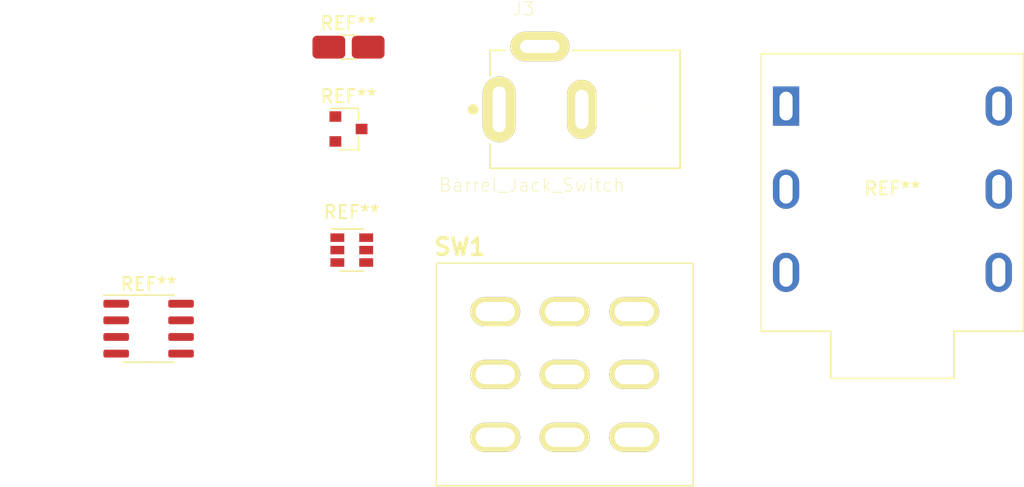
<source format=kicad_pcb>
(kicad_pcb (version 20171130) (host pcbnew "(5.1.5-0-10_14)")

  (general
    (thickness 1.6)
    (drawings 0)
    (tracks 0)
    (zones 0)
    (modules 7)
    (nets 1)
  )

  (page A4)
  (layers
    (0 F.Cu signal)
    (31 B.Cu signal)
    (32 B.Adhes user)
    (33 F.Adhes user)
    (34 B.Paste user)
    (35 F.Paste user)
    (36 B.SilkS user)
    (37 F.SilkS user)
    (38 B.Mask user)
    (39 F.Mask user)
    (40 Dwgs.User user)
    (41 Cmts.User user)
    (42 Eco1.User user)
    (43 Eco2.User user)
    (44 Edge.Cuts user)
    (45 Margin user)
    (46 B.CrtYd user)
    (47 F.CrtYd user)
    (48 B.Fab user)
    (49 F.Fab user)
  )

  (setup
    (last_trace_width 0.25)
    (trace_clearance 0.2)
    (zone_clearance 0.508)
    (zone_45_only no)
    (trace_min 0.2)
    (via_size 0.8)
    (via_drill 0.4)
    (via_min_size 0.4)
    (via_min_drill 0.3)
    (uvia_size 0.3)
    (uvia_drill 0.1)
    (uvias_allowed no)
    (uvia_min_size 0.2)
    (uvia_min_drill 0.1)
    (edge_width 0.05)
    (segment_width 0.2)
    (pcb_text_width 0.3)
    (pcb_text_size 1.5 1.5)
    (mod_edge_width 0.12)
    (mod_text_size 1 1)
    (mod_text_width 0.15)
    (pad_size 1.524 1.524)
    (pad_drill 0.762)
    (pad_to_mask_clearance 0.051)
    (solder_mask_min_width 0.25)
    (aux_axis_origin 0 0)
    (visible_elements FFFFFF7F)
    (pcbplotparams
      (layerselection 0x010fc_ffffffff)
      (usegerberextensions false)
      (usegerberattributes false)
      (usegerberadvancedattributes false)
      (creategerberjobfile false)
      (excludeedgelayer true)
      (linewidth 0.100000)
      (plotframeref false)
      (viasonmask false)
      (mode 1)
      (useauxorigin false)
      (hpglpennumber 1)
      (hpglpenspeed 20)
      (hpglpendiameter 15.000000)
      (psnegative false)
      (psa4output false)
      (plotreference true)
      (plotvalue true)
      (plotinvisibletext false)
      (padsonsilk false)
      (subtractmaskfromsilk false)
      (outputformat 1)
      (mirror false)
      (drillshape 1)
      (scaleselection 1)
      (outputdirectory ""))
  )

  (net 0 "")

  (net_class Default "This is the default net class."
    (clearance 0.2)
    (trace_width 0.25)
    (via_dia 0.8)
    (via_drill 0.4)
    (uvia_dia 0.3)
    (uvia_drill 0.1)
  )

  (module Package_SO:SOIC-8_3.9x4.9mm_P1.27mm (layer F.Cu) (tedit 5D9F72B1) (tstamp 5F612A1D)
    (at 38.75 42.5)
    (descr "SOIC, 8 Pin (JEDEC MS-012AA, https://www.analog.com/media/en/package-pcb-resources/package/pkg_pdf/soic_narrow-r/r_8.pdf), generated with kicad-footprint-generator ipc_gullwing_generator.py")
    (tags "SOIC SO")
    (attr smd)
    (fp_text reference REF** (at 0 -3.4) (layer F.SilkS)
      (effects (font (size 1 1) (thickness 0.15)))
    )
    (fp_text value SOIC-8_3.9x4.9mm_P1.27mm (at 0 3.4) (layer F.Fab)
      (effects (font (size 1 1) (thickness 0.15)))
    )
    (fp_text user %R (at 0 0) (layer F.Fab)
      (effects (font (size 0.98 0.98) (thickness 0.15)))
    )
    (fp_line (start 3.7 -2.7) (end -3.7 -2.7) (layer F.CrtYd) (width 0.05))
    (fp_line (start 3.7 2.7) (end 3.7 -2.7) (layer F.CrtYd) (width 0.05))
    (fp_line (start -3.7 2.7) (end 3.7 2.7) (layer F.CrtYd) (width 0.05))
    (fp_line (start -3.7 -2.7) (end -3.7 2.7) (layer F.CrtYd) (width 0.05))
    (fp_line (start -1.95 -1.475) (end -0.975 -2.45) (layer F.Fab) (width 0.1))
    (fp_line (start -1.95 2.45) (end -1.95 -1.475) (layer F.Fab) (width 0.1))
    (fp_line (start 1.95 2.45) (end -1.95 2.45) (layer F.Fab) (width 0.1))
    (fp_line (start 1.95 -2.45) (end 1.95 2.45) (layer F.Fab) (width 0.1))
    (fp_line (start -0.975 -2.45) (end 1.95 -2.45) (layer F.Fab) (width 0.1))
    (fp_line (start 0 -2.56) (end -3.45 -2.56) (layer F.SilkS) (width 0.12))
    (fp_line (start 0 -2.56) (end 1.95 -2.56) (layer F.SilkS) (width 0.12))
    (fp_line (start 0 2.56) (end -1.95 2.56) (layer F.SilkS) (width 0.12))
    (fp_line (start 0 2.56) (end 1.95 2.56) (layer F.SilkS) (width 0.12))
    (pad 8 smd roundrect (at 2.475 -1.905) (size 1.95 0.6) (layers F.Cu F.Paste F.Mask) (roundrect_rratio 0.25))
    (pad 7 smd roundrect (at 2.475 -0.635) (size 1.95 0.6) (layers F.Cu F.Paste F.Mask) (roundrect_rratio 0.25))
    (pad 6 smd roundrect (at 2.475 0.635) (size 1.95 0.6) (layers F.Cu F.Paste F.Mask) (roundrect_rratio 0.25))
    (pad 5 smd roundrect (at 2.475 1.905) (size 1.95 0.6) (layers F.Cu F.Paste F.Mask) (roundrect_rratio 0.25))
    (pad 4 smd roundrect (at -2.475 1.905) (size 1.95 0.6) (layers F.Cu F.Paste F.Mask) (roundrect_rratio 0.25))
    (pad 3 smd roundrect (at -2.475 0.635) (size 1.95 0.6) (layers F.Cu F.Paste F.Mask) (roundrect_rratio 0.25))
    (pad 2 smd roundrect (at -2.475 -0.635) (size 1.95 0.6) (layers F.Cu F.Paste F.Mask) (roundrect_rratio 0.25))
    (pad 1 smd roundrect (at -2.475 -1.905) (size 1.95 0.6) (layers F.Cu F.Paste F.Mask) (roundrect_rratio 0.25))
    (model ${KISYS3DMOD}/Package_SO.3dshapes/SOIC-8_3.9x4.9mm_P1.27mm.wrl
      (at (xyz 0 0 0))
      (scale (xyz 1 1 1))
      (rotate (xyz 0 0 0))
    )
  )

  (module Audio_Components:R_1206_Universal (layer F.Cu) (tedit 5F60A58F) (tstamp 5F611D78)
    (at 54 21)
    (descr "Resistor SMD 1206 (3216 Metric), square (rectangular) end terminal, IPC_7351 nominal, (Body size source: http://www.tortai-tech.com/upload/download/2011102023233369053.pdf), generated with kicad-footprint-generator")
    (tags resistor)
    (attr smd)
    (fp_text reference REF** (at 0 -1.82) (layer F.SilkS)
      (effects (font (size 1 1) (thickness 0.15)))
    )
    (fp_text value R_1206_Universal (at 0 1.82) (layer F.Fab)
      (effects (font (size 1 1) (thickness 0.15)))
    )
    (fp_line (start -1.6 0.8) (end -1.6 -0.8) (layer F.Fab) (width 0.1))
    (fp_line (start -1.6 -0.8) (end 1.6 -0.8) (layer F.Fab) (width 0.1))
    (fp_line (start 1.6 -0.8) (end 1.6 0.8) (layer F.Fab) (width 0.1))
    (fp_line (start 1.6 0.8) (end -1.6 0.8) (layer F.Fab) (width 0.1))
    (fp_line (start -0.602064 -0.91) (end 0.602064 -0.91) (layer F.SilkS) (width 0.12))
    (fp_line (start -0.602064 0.91) (end 0.602064 0.91) (layer F.SilkS) (width 0.12))
    (fp_line (start -2.28 1.12) (end -2.28 -1.12) (layer F.CrtYd) (width 0.05))
    (fp_line (start -2.28 -1.12) (end 2.28 -1.12) (layer F.CrtYd) (width 0.05))
    (fp_line (start 2.28 -1.12) (end 2.28 1.12) (layer F.CrtYd) (width 0.05))
    (fp_line (start 2.28 1.12) (end -2.28 1.12) (layer F.CrtYd) (width 0.05))
    (fp_text user %R (at 0 0) (layer F.Fab)
      (effects (font (size 0.8 0.8) (thickness 0.12)))
    )
    (pad 1 smd roundrect (at -1.5 0) (size 2.5 1.75) (layers F.Cu F.Paste F.Mask) (roundrect_rratio 0.2))
    (pad 2 smd roundrect (at 1.5 0) (size 2.5 1.75) (layers F.Cu F.Paste F.Mask) (roundrect_rratio 0.2))
    (model ${KISYS3DMOD}/Resistor_SMD.3dshapes/R_1206_3216Metric.wrl
      (at (xyz 0 0 0))
      (scale (xyz 1 1 1))
      (rotate (xyz 0 0 0))
    )
  )

  (module Audio_Components:Jack_6.3mm_Neutric_NMJ6HCD2_Horizontal (layer F.Cu) (tedit 5E90F217) (tstamp 5F6109F5)
    (at 95.5 21.5)
    (descr "NMJ6HCD2, TRS 1/4")
    (tags "NMJ6HCD2 TRS stereo jack connector")
    (fp_text reference REF** (at 0 10.3) (layer F.SilkS)
      (effects (font (size 1 1) (thickness 0.15)))
    )
    (fp_text value AudioJack3_Switch (at 0 13.05) (layer F.Fab)
      (effects (font (size 1 1) (thickness 0.15)))
    )
    (fp_line (start 4.7 21.2) (end 10 21.2) (layer F.SilkS) (width 0.12))
    (fp_line (start -10 21.2) (end -4.7 21.2) (layer F.SilkS) (width 0.12))
    (fp_line (start -10 21.2) (end -10 0) (layer F.CrtYd) (width 0.1))
    (fp_line (start -4.7 21.2) (end -10 21.2) (layer F.CrtYd) (width 0.1))
    (fp_line (start 10 21.2) (end 4.7 21.2) (layer F.CrtYd) (width 0.1))
    (fp_line (start 10 0) (end 10 21.2) (layer F.CrtYd) (width 0.1))
    (fp_line (start 5.5 0) (end 10 0) (layer F.CrtYd) (width 0.1))
    (fp_line (start -10 0) (end -5.5 0) (layer F.CrtYd) (width 0.1))
    (fp_line (start -10 0) (end -10 21.2) (layer F.SilkS) (width 0.12))
    (fp_line (start 10 0) (end 10 21.2) (layer F.SilkS) (width 0.12))
    (fp_line (start -10 0) (end 10 0) (layer F.SilkS) (width 0.12))
    (fp_line (start -4.7 21.2) (end -4.7 24.8) (layer F.SilkS) (width 0.12))
    (fp_line (start -4.7 24.8) (end 4.7 24.8) (layer F.SilkS) (width 0.12))
    (fp_line (start 4.7 21.2) (end 4.7 24.8) (layer F.SilkS) (width 0.12))
    (fp_line (start -5.5 0) (end -5.5 -4) (layer F.CrtYd) (width 0.1))
    (fp_line (start -5.5 -4) (end 5.5 -4) (layer F.CrtYd) (width 0.1))
    (fp_line (start 5.5 -4) (end 5.5 0) (layer F.CrtYd) (width 0.1))
    (fp_line (start -4.7 21.2) (end -4.7 24.8) (layer F.CrtYd) (width 0.1))
    (fp_line (start -4.7 24.8) (end 4.7 24.8) (layer F.CrtYd) (width 0.1))
    (fp_line (start 4.7 24.8) (end 4.7 21.2) (layer F.CrtYd) (width 0.1))
    (fp_line (start -9.165 2.7) (end -7.615 4) (layer F.Fab) (width 0.1))
    (fp_line (start -7.615 4) (end -9.165 5.05) (layer F.Fab) (width 0.1))
    (fp_text user %R (at -0.165 1.1) (layer F.Fab)
      (effects (font (size 1 1) (thickness 0.15)))
    )
    (pad 4 thru_hole rect (at -8.115 4) (size 2 3) (drill oval 1 2.2) (layers *.Cu *.Mask))
    (pad 6 thru_hole oval (at -8.115 16.7) (size 2 3) (drill oval 1 2.2) (layers *.Cu *.Mask))
    (pad 5 thru_hole oval (at -8.115 10.35) (size 2 3) (drill oval 1 2.2) (layers *.Cu *.Mask))
    (pad 1 thru_hole oval (at 8.115 4) (size 2 3) (drill oval 1 2.2) (layers *.Cu *.Mask))
    (pad 3 thru_hole oval (at 8.115 16.7) (size 2 3) (drill oval 1 2.2) (layers *.Cu *.Mask))
    (pad 2 thru_hole oval (at 8.115 10.35) (size 2 3) (drill oval 1 2.2) (layers *.Cu *.Mask))
    (model ${KIAUDIOLIB}/Audio_Components.pretty/3d/Belton_BPJ-BBB-P.step
      (at (xyz 0 0 0))
      (scale (xyz 1 1 1))
      (rotate (xyz 0 0 -90))
    )
  )

  (module Audio_Components:SW_3PDT_Solder_Lug (layer F.Cu) (tedit 5C38C428) (tstamp 5F610761)
    (at 70.5 46)
    (descr SF17020F-0302-21R-L-015-2)
    (tags "Foot Switch 3PDT")
    (fp_text reference SW1 (at -8 -9.75) (layer F.SilkS)
      (effects (font (size 1.27 1.27) (thickness 0.254)))
    )
    (fp_text value SW_3PDT_Solder_Lug (at 0 0) (layer F.SilkS) hide
      (effects (font (size 1.27 1.27) (thickness 0.254)))
    )
    (fp_line (start -9.8 8.5) (end -9.8 -8.5) (layer F.SilkS) (width 0.1))
    (fp_line (start 9.8 8.5) (end -9.8 8.5) (layer F.SilkS) (width 0.1))
    (fp_line (start 9.8 -8.5) (end 9.8 8.5) (layer F.SilkS) (width 0.1))
    (fp_line (start -9.8 -8.5) (end 9.8 -8.5) (layer F.SilkS) (width 0.1))
    (fp_line (start -9.8 8.5) (end -9.8 -8.5) (layer Dwgs.User) (width 0.2))
    (fp_line (start 9.8 8.5) (end -9.8 8.5) (layer Dwgs.User) (width 0.2))
    (fp_line (start 9.8 -8.5) (end 9.8 8.5) (layer Dwgs.User) (width 0.2))
    (fp_line (start -9.8 -8.5) (end 9.8 -8.5) (layer Dwgs.User) (width 0.2))
    (pad 9 thru_hole oval (at -5.3 -4.8 90) (size 2.22 3.8) (drill oval 1.48 3) (layers *.Cu *.Mask F.SilkS))
    (pad 8 thru_hole oval (at -5.3 0 90) (size 2.22 3.8) (drill oval 1.48 3) (layers *.Cu *.Mask F.SilkS))
    (pad 7 thru_hole oval (at -5.3 4.8 90) (size 2.22 3.8) (drill oval 1.48 3) (layers *.Cu *.Mask F.SilkS))
    (pad 6 thru_hole oval (at 0 -4.8 90) (size 2.22 3.8) (drill oval 1.48 3) (layers *.Cu *.Mask F.SilkS))
    (pad 5 thru_hole oval (at 0 0 90) (size 2.22 3.8) (drill oval 1.48 3) (layers *.Cu *.Mask F.SilkS))
    (pad 4 thru_hole oval (at 0 4.8 90) (size 2.22 3.8) (drill oval 1.48 3) (layers *.Cu *.Mask F.SilkS))
    (pad 3 thru_hole oval (at 5.3 -4.8 90) (size 2.22 3.8) (drill oval 1.48 3) (layers *.Cu *.Mask F.SilkS))
    (pad 2 thru_hole oval (at 5.3 0 90) (size 2.22 3.8) (drill oval 1.48 3) (layers *.Cu *.Mask F.SilkS))
    (pad 1 thru_hole oval (at 5.3 4.8 90) (size 2.22 3.8) (drill oval 1.48 3) (layers *.Cu *.Mask F.SilkS))
  )

  (module Audio_Components:CUI_PJ-057A (layer F.Cu) (tedit 5C732948) (tstamp 5F610056)
    (at 65.5 25.75)
    (fp_text reference J3 (at 1.85307 -7.67775) (layer F.SilkS)
      (effects (font (size 1.00166 1.00166) (thickness 0.05)))
    )
    (fp_text value Barrel_Jack_Switch (at 2.48797 5.78194) (layer F.SilkS)
      (effects (font (size 1.0012 1.0012) (thickness 0.05)))
    )
    (fp_line (start -1.55 2.35) (end -0.95 2.35) (layer Eco1.User) (width 0.05))
    (fp_line (start -1.55 -2.25) (end -1.55 2.35) (layer Eco1.User) (width 0.05))
    (fp_line (start -0.95 -2.25) (end -1.55 -2.25) (layer Eco1.User) (width 0.05))
    (fp_line (start -0.95 -2.25) (end -0.95 -4.75) (layer Eco1.User) (width 0.05))
    (fp_circle (center -2 0) (end -1.8 0) (layer F.SilkS) (width 0.4))
    (fp_line (start -0.95 4.75) (end -0.95 2.35) (layer Eco1.User) (width 0.05))
    (fp_line (start 14.05 4.75) (end -0.95 4.75) (layer Eco1.User) (width 0.05))
    (fp_line (start 14.05 -4.75) (end 14.05 4.75) (layer Eco1.User) (width 0.05))
    (fp_line (start 5.55 -4.75) (end 14.05 -4.75) (layer Eco1.User) (width 0.05))
    (fp_line (start 5.55 -6.1) (end 5.55 -4.75) (layer Eco1.User) (width 0.05))
    (fp_line (start 0.45 -6.1) (end 5.55 -6.1) (layer Eco1.User) (width 0.05))
    (fp_line (start 0.45 -4.75) (end 0.45 -6.1) (layer Eco1.User) (width 0.05))
    (fp_line (start -0.95 -4.75) (end 0.45 -4.75) (layer Eco1.User) (width 0.05))
    (fp_line (start -0.7 -2.55) (end -0.7 -4.5) (layer F.SilkS) (width 0.127))
    (fp_line (start 5.55 -4.5) (end 13.8 -4.5) (layer F.SilkS) (width 0.127))
    (fp_line (start -0.7 4.5) (end -0.7 2.65) (layer F.SilkS) (width 0.127))
    (fp_line (start -0.7 -4.5) (end 0.45 -4.5) (layer F.SilkS) (width 0.127))
    (fp_line (start 13.8 4.5) (end -0.7 4.5) (layer F.SilkS) (width 0.127))
    (fp_line (start 13.8 -4.5) (end 13.8 4.5) (layer F.SilkS) (width 0.127))
    (pad Hole np_thru_hole circle (at 10.8 0) (size 2 2) (drill 2) (layers *.Cu *.Mask F.SilkS))
    (pad 3 thru_hole oval (at 3.1 -4.8 180) (size 4.5 2.25) (drill oval 3 1) (layers *.Cu *.Mask F.SilkS))
    (pad 2 thru_hole oval (at 6.3 0 90) (size 4.5 2.25) (drill oval 3 1) (layers *.Cu *.Mask F.SilkS))
    (pad 1 thru_hole oval (at 0 0 90) (size 5 2.5) (drill oval 3.5 1) (layers *.Cu *.Mask F.SilkS))
    (model ${KIAUDIOLIB}/Audio_Components.pretty/3d/CUI_PJ-057A.step
      (offset (xyz 13.8 0 0))
      (scale (xyz 1 1 1))
      (rotate (xyz -90 0 -90))
    )
  )

  (module Package_TO_SOT_SMD:SOT-23-6 (layer F.Cu) (tedit 5A02FF57) (tstamp 5E9DD3D1)
    (at 54.25 36.5)
    (descr "6-pin SOT-23 package")
    (tags SOT-23-6)
    (attr smd)
    (fp_text reference REF** (at 0 -2.9) (layer F.SilkS)
      (effects (font (size 1 1) (thickness 0.15)))
    )
    (fp_text value SOT-23-6 (at 0 2.9) (layer F.Fab)
      (effects (font (size 1 1) (thickness 0.15)))
    )
    (fp_line (start 0.9 -1.55) (end 0.9 1.55) (layer F.Fab) (width 0.1))
    (fp_line (start 0.9 1.55) (end -0.9 1.55) (layer F.Fab) (width 0.1))
    (fp_line (start -0.9 -0.9) (end -0.9 1.55) (layer F.Fab) (width 0.1))
    (fp_line (start 0.9 -1.55) (end -0.25 -1.55) (layer F.Fab) (width 0.1))
    (fp_line (start -0.9 -0.9) (end -0.25 -1.55) (layer F.Fab) (width 0.1))
    (fp_line (start -1.9 -1.8) (end -1.9 1.8) (layer F.CrtYd) (width 0.05))
    (fp_line (start -1.9 1.8) (end 1.9 1.8) (layer F.CrtYd) (width 0.05))
    (fp_line (start 1.9 1.8) (end 1.9 -1.8) (layer F.CrtYd) (width 0.05))
    (fp_line (start 1.9 -1.8) (end -1.9 -1.8) (layer F.CrtYd) (width 0.05))
    (fp_line (start 0.9 -1.61) (end -1.55 -1.61) (layer F.SilkS) (width 0.12))
    (fp_line (start -0.9 1.61) (end 0.9 1.61) (layer F.SilkS) (width 0.12))
    (fp_text user %R (at 0 0 90) (layer F.Fab)
      (effects (font (size 0.5 0.5) (thickness 0.075)))
    )
    (pad 5 smd rect (at 1.1 0) (size 1.06 0.65) (layers F.Cu F.Paste F.Mask))
    (pad 6 smd rect (at 1.1 -0.95) (size 1.06 0.65) (layers F.Cu F.Paste F.Mask))
    (pad 4 smd rect (at 1.1 0.95) (size 1.06 0.65) (layers F.Cu F.Paste F.Mask))
    (pad 3 smd rect (at -1.1 0.95) (size 1.06 0.65) (layers F.Cu F.Paste F.Mask))
    (pad 2 smd rect (at -1.1 0) (size 1.06 0.65) (layers F.Cu F.Paste F.Mask))
    (pad 1 smd rect (at -1.1 -0.95) (size 1.06 0.65) (layers F.Cu F.Paste F.Mask))
    (model ${KISYS3DMOD}/Package_TO_SOT_SMD.3dshapes/SOT-23-6.wrl
      (at (xyz 0 0 0))
      (scale (xyz 1 1 1))
      (rotate (xyz 0 0 0))
    )
  )

  (module Package_TO_SOT_SMD:SOT-23 (layer F.Cu) (tedit 5A02FF57) (tstamp 5E9DD10D)
    (at 54 27.25)
    (descr "SOT-23, Standard")
    (tags SOT-23)
    (attr smd)
    (fp_text reference REF** (at 0 -2.5) (layer F.SilkS)
      (effects (font (size 1 1) (thickness 0.15)))
    )
    (fp_text value SOT-23 (at 0 2.5) (layer F.Fab)
      (effects (font (size 1 1) (thickness 0.15)))
    )
    (fp_line (start 0.76 1.58) (end -0.7 1.58) (layer F.SilkS) (width 0.12))
    (fp_line (start 0.76 -1.58) (end -1.4 -1.58) (layer F.SilkS) (width 0.12))
    (fp_line (start -1.7 1.75) (end -1.7 -1.75) (layer F.CrtYd) (width 0.05))
    (fp_line (start 1.7 1.75) (end -1.7 1.75) (layer F.CrtYd) (width 0.05))
    (fp_line (start 1.7 -1.75) (end 1.7 1.75) (layer F.CrtYd) (width 0.05))
    (fp_line (start -1.7 -1.75) (end 1.7 -1.75) (layer F.CrtYd) (width 0.05))
    (fp_line (start 0.76 -1.58) (end 0.76 -0.65) (layer F.SilkS) (width 0.12))
    (fp_line (start 0.76 1.58) (end 0.76 0.65) (layer F.SilkS) (width 0.12))
    (fp_line (start -0.7 1.52) (end 0.7 1.52) (layer F.Fab) (width 0.1))
    (fp_line (start 0.7 -1.52) (end 0.7 1.52) (layer F.Fab) (width 0.1))
    (fp_line (start -0.7 -0.95) (end -0.15 -1.52) (layer F.Fab) (width 0.1))
    (fp_line (start -0.15 -1.52) (end 0.7 -1.52) (layer F.Fab) (width 0.1))
    (fp_line (start -0.7 -0.95) (end -0.7 1.5) (layer F.Fab) (width 0.1))
    (fp_text user %R (at 0 0 90) (layer F.Fab)
      (effects (font (size 0.5 0.5) (thickness 0.075)))
    )
    (pad 3 smd rect (at 1 0) (size 0.9 0.8) (layers F.Cu F.Paste F.Mask))
    (pad 2 smd rect (at -1 0.95) (size 0.9 0.8) (layers F.Cu F.Paste F.Mask))
    (pad 1 smd rect (at -1 -0.95) (size 0.9 0.8) (layers F.Cu F.Paste F.Mask))
    (model ${KISYS3DMOD}/Package_TO_SOT_SMD.3dshapes/SOT-23.wrl
      (at (xyz 0 0 0))
      (scale (xyz 1 1 1))
      (rotate (xyz 0 0 0))
    )
  )

)

</source>
